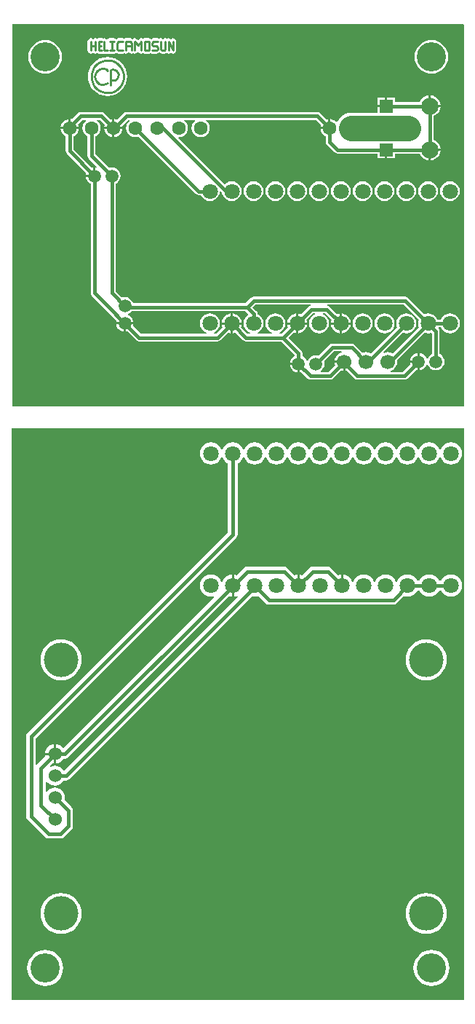
<source format=gtl>
%FSLAX24Y24*%
%MOIN*%
G70*
G01*
G75*
G04 Layer_Physical_Order=1*
G04 Layer_Color=255*
%ADD10C,0.0100*%
%ADD11C,0.0150*%
%ADD12C,0.1181*%
%ADD13C,0.0600*%
%ADD14C,0.0669*%
%ADD15C,0.0591*%
%ADD16C,0.1339*%
%ADD17R,0.0591X0.0591*%
%ADD18C,0.0787*%
%ADD19C,0.0709*%
%ADD20C,0.0709*%
%ADD21C,0.0630*%
%ADD22C,0.0728*%
%ADD23C,0.1575*%
G36*
X70524Y50488D02*
Y50488D01*
X70543Y50477D01*
Y32988D01*
X49862D01*
Y50488D01*
X70524D01*
X70524Y50488D01*
D02*
G37*
G36*
X70550Y5850D02*
X49800D01*
Y32000D01*
X70550D01*
Y5850D01*
D02*
G37*
%LPC*%
G36*
X59850Y37252D02*
X59781Y37243D01*
X59671Y37197D01*
X59576Y37124D01*
X59503Y37029D01*
X59457Y36919D01*
X59448Y36850D01*
X59850D01*
Y37252D01*
D02*
G37*
G36*
X59950D02*
Y36850D01*
X60352D01*
X60343Y36919D01*
X60297Y37029D01*
X60224Y37124D01*
X60129Y37197D01*
X60019Y37243D01*
X59950Y37252D01*
D02*
G37*
G36*
X69050Y8123D02*
X68889Y8107D01*
X68735Y8061D01*
X68593Y7985D01*
X68468Y7882D01*
X68365Y7757D01*
X68289Y7615D01*
X68243Y7461D01*
X68227Y7300D01*
X68243Y7139D01*
X68289Y6985D01*
X68365Y6843D01*
X68468Y6718D01*
X68593Y6615D01*
X68735Y6539D01*
X68889Y6493D01*
X69050Y6477D01*
X69211Y6493D01*
X69365Y6539D01*
X69507Y6615D01*
X69632Y6718D01*
X69735Y6843D01*
X69811Y6985D01*
X69857Y7139D01*
X69873Y7300D01*
X69857Y7461D01*
X69811Y7615D01*
X69735Y7757D01*
X69632Y7882D01*
X69507Y7985D01*
X69365Y8061D01*
X69211Y8107D01*
X69050Y8123D01*
D02*
G37*
G36*
X54950Y36763D02*
X54608D01*
X54615Y36709D01*
X54655Y36613D01*
X54718Y36531D01*
X54801Y36467D01*
X54897Y36428D01*
X54950Y36421D01*
Y36763D01*
D02*
G37*
G36*
X61900Y43308D02*
X61781Y43293D01*
X61671Y43247D01*
X61576Y43174D01*
X61503Y43079D01*
X61457Y42969D01*
X61442Y42850D01*
X61457Y42731D01*
X61503Y42621D01*
X61576Y42526D01*
X61671Y42453D01*
X61781Y42407D01*
X61900Y42392D01*
X62019Y42407D01*
X62129Y42453D01*
X62224Y42526D01*
X62297Y42621D01*
X62343Y42731D01*
X62358Y42850D01*
X62343Y42969D01*
X62297Y43079D01*
X62224Y43174D01*
X62129Y43247D01*
X62019Y43293D01*
X61900Y43308D01*
D02*
G37*
G36*
X60900D02*
X60781Y43293D01*
X60671Y43247D01*
X60576Y43174D01*
X60503Y43079D01*
X60457Y42969D01*
X60442Y42850D01*
X60457Y42731D01*
X60503Y42621D01*
X60576Y42526D01*
X60671Y42453D01*
X60781Y42407D01*
X60900Y42392D01*
X61019Y42407D01*
X61129Y42453D01*
X61224Y42526D01*
X61297Y42621D01*
X61343Y42731D01*
X61358Y42850D01*
X61343Y42969D01*
X61297Y43079D01*
X61224Y43174D01*
X61129Y43247D01*
X61019Y43293D01*
X60900Y43308D01*
D02*
G37*
G36*
X51350Y8123D02*
X51189Y8107D01*
X51035Y8061D01*
X50893Y7985D01*
X50768Y7882D01*
X50665Y7757D01*
X50589Y7615D01*
X50543Y7461D01*
X50527Y7300D01*
X50543Y7139D01*
X50589Y6985D01*
X50665Y6843D01*
X50768Y6718D01*
X50893Y6615D01*
X51035Y6539D01*
X51189Y6493D01*
X51350Y6477D01*
X51511Y6493D01*
X51665Y6539D01*
X51807Y6615D01*
X51932Y6718D01*
X52035Y6843D01*
X52111Y6985D01*
X52157Y7139D01*
X52173Y7300D01*
X52157Y7461D01*
X52111Y7615D01*
X52035Y7757D01*
X51932Y7882D01*
X51807Y7985D01*
X51665Y8061D01*
X51511Y8107D01*
X51350Y8123D01*
D02*
G37*
G36*
X62900Y43308D02*
X62781Y43293D01*
X62671Y43247D01*
X62576Y43174D01*
X62503Y43079D01*
X62457Y42969D01*
X62442Y42850D01*
X62457Y42731D01*
X62503Y42621D01*
X62576Y42526D01*
X62671Y42453D01*
X62781Y42407D01*
X62900Y42392D01*
X63019Y42407D01*
X63129Y42453D01*
X63224Y42526D01*
X63297Y42621D01*
X63343Y42731D01*
X63358Y42850D01*
X63343Y42969D01*
X63297Y43079D01*
X63224Y43174D01*
X63129Y43247D01*
X63019Y43293D01*
X62900Y43308D01*
D02*
G37*
G36*
X52080Y10735D02*
X51896Y10717D01*
X51719Y10663D01*
X51556Y10576D01*
X51413Y10459D01*
X51296Y10316D01*
X51209Y10153D01*
X51156Y9977D01*
X51138Y9793D01*
X51156Y9609D01*
X51209Y9432D01*
X51296Y9270D01*
X51413Y9127D01*
X51556Y9010D01*
X51719Y8923D01*
X51896Y8869D01*
X52080Y8851D01*
X52263Y8869D01*
X52440Y8923D01*
X52603Y9010D01*
X52746Y9127D01*
X52863Y9270D01*
X52950Y9432D01*
X53003Y9609D01*
X53021Y9793D01*
X53003Y9977D01*
X52950Y10153D01*
X52863Y10316D01*
X52746Y10459D01*
X52603Y10576D01*
X52440Y10663D01*
X52263Y10717D01*
X52080Y10735D01*
D02*
G37*
G36*
X69950Y31359D02*
X69818Y31341D01*
X69696Y31291D01*
X69590Y31210D01*
X69509Y31104D01*
X69475Y31021D01*
X69425D01*
X69391Y31104D01*
X69310Y31210D01*
X69204Y31291D01*
X69082Y31341D01*
X68950Y31359D01*
X68818Y31341D01*
X68696Y31291D01*
X68590Y31210D01*
X68509Y31104D01*
X68475Y31021D01*
X68425D01*
X68391Y31104D01*
X68310Y31210D01*
X68204Y31291D01*
X68082Y31341D01*
X67950Y31359D01*
X67818Y31341D01*
X67696Y31291D01*
X67590Y31210D01*
X67509Y31104D01*
X67475Y31021D01*
X67425D01*
X67391Y31104D01*
X67310Y31210D01*
X67204Y31291D01*
X67082Y31341D01*
X66950Y31359D01*
X66818Y31341D01*
X66696Y31291D01*
X66590Y31210D01*
X66509Y31104D01*
X66475Y31021D01*
X66425D01*
X66391Y31104D01*
X66310Y31210D01*
X66204Y31291D01*
X66082Y31341D01*
X65950Y31359D01*
X65818Y31341D01*
X65696Y31291D01*
X65590Y31210D01*
X65509Y31104D01*
X65475Y31021D01*
X65425D01*
X65391Y31104D01*
X65310Y31210D01*
X65204Y31291D01*
X65082Y31341D01*
X64950Y31359D01*
X64818Y31341D01*
X64696Y31291D01*
X64590Y31210D01*
X64509Y31104D01*
X64475Y31021D01*
X64425D01*
X64391Y31104D01*
X64310Y31210D01*
X64204Y31291D01*
X64082Y31341D01*
X63950Y31359D01*
X63818Y31341D01*
X63696Y31291D01*
X63590Y31210D01*
X63509Y31104D01*
X63475Y31021D01*
X63425D01*
X63391Y31104D01*
X63310Y31210D01*
X63204Y31291D01*
X63082Y31341D01*
X62950Y31359D01*
X62818Y31341D01*
X62696Y31291D01*
X62590Y31210D01*
X62509Y31104D01*
X62475Y31021D01*
X62425D01*
X62391Y31104D01*
X62310Y31210D01*
X62204Y31291D01*
X62082Y31341D01*
X61950Y31359D01*
X61818Y31341D01*
X61696Y31291D01*
X61590Y31210D01*
X61509Y31104D01*
X61475Y31021D01*
X61425D01*
X61391Y31104D01*
X61310Y31210D01*
X61204Y31291D01*
X61082Y31341D01*
X60950Y31359D01*
X60818Y31341D01*
X60696Y31291D01*
X60590Y31210D01*
X60509Y31104D01*
X60475Y31021D01*
X60425D01*
X60391Y31104D01*
X60310Y31210D01*
X60204Y31291D01*
X60082Y31341D01*
X59950Y31359D01*
X59818Y31341D01*
X59696Y31291D01*
X59590Y31210D01*
X59509Y31104D01*
X59475Y31021D01*
X59425D01*
X59391Y31104D01*
X59310Y31210D01*
X59204Y31291D01*
X59082Y31341D01*
X58950Y31359D01*
X58818Y31341D01*
X58696Y31291D01*
X58590Y31210D01*
X58509Y31104D01*
X58459Y30982D01*
X58441Y30850D01*
X58459Y30718D01*
X58509Y30596D01*
X58590Y30490D01*
X58696Y30409D01*
X58818Y30359D01*
X58950Y30341D01*
X59082Y30359D01*
X59204Y30409D01*
X59310Y30490D01*
X59391Y30596D01*
X59425Y30679D01*
X59475D01*
X59509Y30596D01*
X59590Y30490D01*
X59696Y30409D01*
X59721Y30399D01*
Y27245D01*
X50538Y18062D01*
X50488Y17988D01*
X50471Y17900D01*
Y14250D01*
X50488Y14162D01*
X50538Y14088D01*
X51338Y13288D01*
X51412Y13238D01*
X51500Y13221D01*
X52050D01*
X52138Y13238D01*
X52212Y13288D01*
X52562Y13638D01*
X52612Y13712D01*
X52629Y13800D01*
Y14500D01*
X52612Y14588D01*
X52562Y14662D01*
X52239Y14986D01*
X52254Y15100D01*
X52238Y15217D01*
X52193Y15327D01*
X52121Y15421D01*
X52027Y15493D01*
X51917Y15538D01*
X51800Y15554D01*
X51683Y15538D01*
X51573Y15493D01*
X51479Y15421D01*
X51427Y15353D01*
X51379Y15369D01*
Y15831D01*
X51427Y15847D01*
X51479Y15779D01*
X51573Y15707D01*
X51683Y15662D01*
X51800Y15646D01*
X51917Y15662D01*
X52027Y15707D01*
X52121Y15779D01*
X52191Y15871D01*
X52300D01*
X52388Y15888D01*
X52462Y15938D01*
X60831Y24307D01*
X60950Y24291D01*
X61082Y24309D01*
X61107Y24319D01*
X61438Y23988D01*
X61512Y23938D01*
X61600Y23921D01*
X67300D01*
X67388Y23938D01*
X67462Y23988D01*
X67793Y24319D01*
X67818Y24309D01*
X67950Y24291D01*
X68082Y24309D01*
X68204Y24359D01*
X68310Y24440D01*
X68391Y24546D01*
X68401Y24571D01*
X68499D01*
X68509Y24546D01*
X68590Y24440D01*
X68696Y24359D01*
X68818Y24309D01*
X68950Y24291D01*
X69082Y24309D01*
X69204Y24359D01*
X69310Y24440D01*
X69391Y24546D01*
X69401Y24571D01*
X69499D01*
X69509Y24546D01*
X69590Y24440D01*
X69696Y24359D01*
X69818Y24309D01*
X69950Y24291D01*
X70082Y24309D01*
X70204Y24359D01*
X70310Y24440D01*
X70391Y24546D01*
X70441Y24668D01*
X70459Y24800D01*
X70441Y24932D01*
X70391Y25054D01*
X70310Y25160D01*
X70204Y25241D01*
X70082Y25291D01*
X69950Y25309D01*
X69818Y25291D01*
X69696Y25241D01*
X69590Y25160D01*
X69509Y25054D01*
X69499Y25029D01*
X69401D01*
X69391Y25054D01*
X69310Y25160D01*
X69204Y25241D01*
X69082Y25291D01*
X68950Y25309D01*
X68818Y25291D01*
X68696Y25241D01*
X68590Y25160D01*
X68509Y25054D01*
X68499Y25029D01*
X68401D01*
X68391Y25054D01*
X68310Y25160D01*
X68204Y25241D01*
X68082Y25291D01*
X67950Y25309D01*
X67818Y25291D01*
X67696Y25241D01*
X67590Y25160D01*
X67509Y25054D01*
X67476Y24975D01*
X67426D01*
X67393Y25054D01*
X67312Y25160D01*
X67207Y25241D01*
X67084Y25291D01*
X66953Y25309D01*
X66821Y25291D01*
X66698Y25241D01*
X66593Y25160D01*
X66512Y25054D01*
X66476Y24968D01*
X66426D01*
X66391Y25054D01*
X66310Y25160D01*
X66204Y25241D01*
X66082Y25291D01*
X65950Y25309D01*
X65818Y25291D01*
X65696Y25241D01*
X65590Y25160D01*
X65509Y25054D01*
X65475Y24971D01*
X65425D01*
X65391Y25054D01*
X65310Y25160D01*
X65204Y25241D01*
X65082Y25291D01*
X65000Y25302D01*
Y24800D01*
X64900D01*
Y25302D01*
X64818Y25291D01*
X64793Y25281D01*
X64462Y25612D01*
X64388Y25662D01*
X64300Y25679D01*
X63600D01*
X63512Y25662D01*
X63438Y25612D01*
X63107Y25281D01*
X63082Y25291D01*
X63000Y25302D01*
Y24800D01*
X62900D01*
Y25302D01*
X62818Y25291D01*
X62793Y25281D01*
X62462Y25612D01*
X62388Y25662D01*
X62300Y25679D01*
X60600D01*
X60512Y25662D01*
X60438Y25612D01*
X60107Y25281D01*
X60082Y25291D01*
X60000Y25302D01*
Y24800D01*
Y24298D01*
X60082Y24309D01*
X60138Y24332D01*
X60166Y24291D01*
X52224Y16348D01*
X52174Y16352D01*
X52121Y16421D01*
X52027Y16493D01*
X51917Y16538D01*
X51800Y16554D01*
X51683Y16538D01*
X51597Y16503D01*
X51569Y16544D01*
X51686Y16661D01*
X51750Y16653D01*
Y17050D01*
X51353D01*
X51361Y16986D01*
X50988Y16612D01*
X50977Y16596D01*
X50929Y16611D01*
Y17805D01*
X60112Y26988D01*
X60162Y27062D01*
X60179Y27150D01*
Y30399D01*
X60204Y30409D01*
X60310Y30490D01*
X60391Y30596D01*
X60425Y30679D01*
X60475D01*
X60509Y30596D01*
X60590Y30490D01*
X60696Y30409D01*
X60818Y30359D01*
X60950Y30341D01*
X61082Y30359D01*
X61204Y30409D01*
X61310Y30490D01*
X61391Y30596D01*
X61425Y30679D01*
X61475D01*
X61509Y30596D01*
X61590Y30490D01*
X61696Y30409D01*
X61818Y30359D01*
X61950Y30341D01*
X62082Y30359D01*
X62204Y30409D01*
X62310Y30490D01*
X62391Y30596D01*
X62425Y30679D01*
X62475D01*
X62509Y30596D01*
X62590Y30490D01*
X62696Y30409D01*
X62818Y30359D01*
X62950Y30341D01*
X63082Y30359D01*
X63204Y30409D01*
X63310Y30490D01*
X63391Y30596D01*
X63425Y30679D01*
X63475D01*
X63509Y30596D01*
X63590Y30490D01*
X63696Y30409D01*
X63818Y30359D01*
X63950Y30341D01*
X64082Y30359D01*
X64204Y30409D01*
X64310Y30490D01*
X64391Y30596D01*
X64425Y30679D01*
X64475D01*
X64509Y30596D01*
X64590Y30490D01*
X64696Y30409D01*
X64818Y30359D01*
X64950Y30341D01*
X65082Y30359D01*
X65204Y30409D01*
X65310Y30490D01*
X65391Y30596D01*
X65425Y30679D01*
X65475D01*
X65509Y30596D01*
X65590Y30490D01*
X65696Y30409D01*
X65818Y30359D01*
X65950Y30341D01*
X66082Y30359D01*
X66204Y30409D01*
X66310Y30490D01*
X66391Y30596D01*
X66425Y30679D01*
X66475D01*
X66509Y30596D01*
X66590Y30490D01*
X66696Y30409D01*
X66818Y30359D01*
X66950Y30341D01*
X67082Y30359D01*
X67204Y30409D01*
X67310Y30490D01*
X67391Y30596D01*
X67425Y30679D01*
X67475D01*
X67509Y30596D01*
X67590Y30490D01*
X67696Y30409D01*
X67818Y30359D01*
X67950Y30341D01*
X68082Y30359D01*
X68204Y30409D01*
X68310Y30490D01*
X68391Y30596D01*
X68425Y30679D01*
X68475D01*
X68509Y30596D01*
X68590Y30490D01*
X68696Y30409D01*
X68818Y30359D01*
X68950Y30341D01*
X69082Y30359D01*
X69204Y30409D01*
X69310Y30490D01*
X69391Y30596D01*
X69425Y30679D01*
X69475D01*
X69509Y30596D01*
X69590Y30490D01*
X69696Y30409D01*
X69818Y30359D01*
X69950Y30341D01*
X70082Y30359D01*
X70204Y30409D01*
X70310Y30490D01*
X70391Y30596D01*
X70441Y30718D01*
X70459Y30850D01*
X70441Y30982D01*
X70391Y31104D01*
X70310Y31210D01*
X70204Y31291D01*
X70082Y31341D01*
X69950Y31359D01*
D02*
G37*
G36*
X62913Y34900D02*
X62571D01*
X62578Y34847D01*
X62617Y34751D01*
X62681Y34668D01*
X62763Y34605D01*
X62859Y34565D01*
X62913Y34558D01*
Y34900D01*
D02*
G37*
G36*
X68812Y22349D02*
X68628Y22331D01*
X68451Y22277D01*
X68288Y22190D01*
X68146Y22073D01*
X68029Y21930D01*
X67942Y21768D01*
X67888Y21591D01*
X67870Y21407D01*
X67888Y21223D01*
X67942Y21047D01*
X68029Y20884D01*
X68146Y20741D01*
X68288Y20624D01*
X68451Y20537D01*
X68628Y20483D01*
X68812Y20465D01*
X68996Y20483D01*
X69172Y20537D01*
X69335Y20624D01*
X69478Y20741D01*
X69595Y20884D01*
X69682Y21047D01*
X69736Y21223D01*
X69754Y21407D01*
X69736Y21591D01*
X69682Y21768D01*
X69595Y21930D01*
X69478Y22073D01*
X69335Y22190D01*
X69172Y22277D01*
X68996Y22331D01*
X68812Y22349D01*
D02*
G37*
G36*
X58950Y25309D02*
X58818Y25291D01*
X58696Y25241D01*
X58590Y25160D01*
X58509Y25054D01*
X58459Y24932D01*
X58441Y24800D01*
X58459Y24668D01*
X58509Y24546D01*
X58590Y24440D01*
X58696Y24359D01*
X58818Y24309D01*
X58950Y24291D01*
X59065Y24306D01*
X59087Y24262D01*
X52202Y17377D01*
X52152Y17380D01*
X52121Y17421D01*
X52027Y17493D01*
X51917Y17538D01*
X51850Y17547D01*
Y17100D01*
Y16653D01*
X51917Y16662D01*
X52027Y16707D01*
X52121Y16779D01*
X52191Y16871D01*
X52250D01*
X52338Y16888D01*
X52412Y16938D01*
X59793Y24319D01*
X59818Y24309D01*
X59900Y24298D01*
Y24800D01*
Y25302D01*
X59818Y25291D01*
X59696Y25241D01*
X59590Y25160D01*
X59509Y25054D01*
X59475Y24971D01*
X59425D01*
X59391Y25054D01*
X59310Y25160D01*
X59204Y25241D01*
X59082Y25291D01*
X58950Y25309D01*
D02*
G37*
G36*
X68413Y35442D02*
X68359Y35435D01*
X68263Y35395D01*
X68181Y35332D01*
X68117Y35249D01*
X68078Y35153D01*
X68071Y35100D01*
X68413D01*
Y35442D01*
D02*
G37*
G36*
X51750Y17547D02*
X51683Y17538D01*
X51573Y17493D01*
X51479Y17421D01*
X51407Y17327D01*
X51362Y17217D01*
X51353Y17150D01*
X51750D01*
Y17547D01*
D02*
G37*
G36*
X68812Y10735D02*
X68628Y10717D01*
X68451Y10663D01*
X68288Y10576D01*
X68146Y10459D01*
X68029Y10316D01*
X67942Y10153D01*
X67888Y9977D01*
X67870Y9793D01*
X67888Y9609D01*
X67942Y9432D01*
X68029Y9270D01*
X68146Y9127D01*
X68288Y9010D01*
X68451Y8923D01*
X68628Y8869D01*
X68812Y8851D01*
X68996Y8869D01*
X69172Y8923D01*
X69335Y9010D01*
X69478Y9127D01*
X69595Y9270D01*
X69682Y9432D01*
X69736Y9609D01*
X69754Y9793D01*
X69736Y9977D01*
X69682Y10153D01*
X69595Y10316D01*
X69478Y10459D01*
X69335Y10576D01*
X69172Y10663D01*
X68996Y10717D01*
X68812Y10735D01*
D02*
G37*
G36*
X58900Y37258D02*
X58781Y37243D01*
X58671Y37197D01*
X58576Y37124D01*
X58503Y37029D01*
X58457Y36919D01*
X58442Y36800D01*
X58457Y36681D01*
X58503Y36571D01*
X58576Y36476D01*
X58671Y36403D01*
X58733Y36377D01*
X58723Y36328D01*
X55737D01*
X55376Y36688D01*
X55385Y36709D01*
X55392Y36763D01*
X55050D01*
Y36421D01*
X55103Y36428D01*
X55124Y36436D01*
X55536Y36024D01*
X55594Y35985D01*
X55663Y35972D01*
X55663Y35972D01*
X59250D01*
X59318Y35985D01*
X59376Y36024D01*
X59731Y36378D01*
X59781Y36357D01*
X59850Y36348D01*
Y36750D01*
X59448D01*
X59457Y36681D01*
X59478Y36631D01*
X59176Y36328D01*
X59077D01*
X59067Y36377D01*
X59129Y36403D01*
X59224Y36476D01*
X59297Y36571D01*
X59343Y36681D01*
X59358Y36800D01*
X59343Y36919D01*
X59297Y37029D01*
X59224Y37124D01*
X59129Y37197D01*
X59019Y37243D01*
X58900Y37258D01*
D02*
G37*
G36*
X52080Y22349D02*
X51896Y22331D01*
X51719Y22277D01*
X51556Y22190D01*
X51413Y22073D01*
X51296Y21930D01*
X51209Y21768D01*
X51156Y21591D01*
X51138Y21407D01*
X51156Y21223D01*
X51209Y21047D01*
X51296Y20884D01*
X51413Y20741D01*
X51556Y20624D01*
X51719Y20537D01*
X51896Y20483D01*
X52080Y20465D01*
X52263Y20483D01*
X52440Y20537D01*
X52603Y20624D01*
X52746Y20741D01*
X52863Y20884D01*
X52950Y21047D01*
X53003Y21223D01*
X53021Y21407D01*
X53003Y21591D01*
X52950Y21768D01*
X52863Y21930D01*
X52746Y22073D01*
X52603Y22190D01*
X52440Y22277D01*
X52263Y22331D01*
X52080Y22349D01*
D02*
G37*
G36*
X63900Y43308D02*
X63781Y43293D01*
X63671Y43247D01*
X63576Y43174D01*
X63503Y43079D01*
X63457Y42969D01*
X63442Y42850D01*
X63457Y42731D01*
X63503Y42621D01*
X63576Y42526D01*
X63671Y42453D01*
X63781Y42407D01*
X63900Y42392D01*
X64019Y42407D01*
X64129Y42453D01*
X64224Y42526D01*
X64297Y42621D01*
X64343Y42731D01*
X64358Y42850D01*
X64343Y42969D01*
X64297Y43079D01*
X64224Y43174D01*
X64129Y43247D01*
X64019Y43293D01*
X63900Y43308D01*
D02*
G37*
G36*
X66923Y47146D02*
X66578D01*
Y46800D01*
X66923D01*
Y47146D01*
D02*
G37*
G36*
X69023Y47242D02*
Y46800D01*
X69465D01*
X69454Y46879D01*
X69404Y46999D01*
X69325Y47103D01*
X69222Y47182D01*
X69102Y47231D01*
X69023Y47242D01*
D02*
G37*
G36*
X52980Y46473D02*
X52911Y46459D01*
X52853Y46421D01*
X52582Y46149D01*
X52524Y46156D01*
Y45794D01*
X52886D01*
X52878Y45853D01*
X52852Y45915D01*
X53053Y46116D01*
X53199D01*
X53215Y46069D01*
X53178Y46040D01*
X53112Y45954D01*
X53070Y45853D01*
X53055Y45744D01*
X53070Y45636D01*
X53112Y45535D01*
X53178Y45449D01*
X53265Y45382D01*
X53296Y45369D01*
Y44476D01*
X53309Y44408D01*
X53348Y44350D01*
X53715Y43983D01*
X53693Y43938D01*
X53663Y43942D01*
Y43550D01*
X53613D01*
Y43500D01*
X53221D01*
X53228Y43447D01*
X53267Y43351D01*
X53331Y43268D01*
X53413Y43205D01*
X53434Y43196D01*
Y38200D01*
X53448Y38132D01*
X53486Y38074D01*
X54624Y36937D01*
X54615Y36916D01*
X54608Y36863D01*
X55392D01*
X55385Y36916D01*
X55345Y37012D01*
X55282Y37095D01*
X55199Y37158D01*
X55103Y37198D01*
Y37215D01*
X55199Y37255D01*
X55282Y37318D01*
X55323Y37372D01*
X60526D01*
X60661Y37237D01*
X60658Y37187D01*
X60576Y37124D01*
X60503Y37029D01*
X60457Y36919D01*
X60442Y36800D01*
X60457Y36681D01*
X60503Y36571D01*
X60576Y36476D01*
X60671Y36403D01*
X60733Y36377D01*
X60723Y36328D01*
X60624D01*
X60322Y36631D01*
X60343Y36681D01*
X60352Y36750D01*
X59950D01*
Y36348D01*
X60019Y36357D01*
X60069Y36378D01*
X60424Y36024D01*
X60482Y35985D01*
X60550Y35972D01*
X60550Y35972D01*
X62176D01*
X62784Y35363D01*
Y35304D01*
X62763Y35295D01*
X62681Y35232D01*
X62617Y35149D01*
X62578Y35053D01*
X62571Y35000D01*
X62963D01*
Y34950D01*
X63013D01*
Y34558D01*
X63066Y34565D01*
X63078Y34570D01*
X63374Y34274D01*
X63432Y34235D01*
X63500Y34222D01*
X64400D01*
X64468Y34235D01*
X64526Y34274D01*
X64896Y34643D01*
X64937Y34627D01*
X65000Y34618D01*
Y35000D01*
X64618D01*
X64627Y34937D01*
X64643Y34896D01*
X64326Y34578D01*
X63993D01*
X63977Y34626D01*
X64032Y34668D01*
X64095Y34751D01*
X64135Y34847D01*
X64149Y34950D01*
X64135Y35053D01*
X64126Y35074D01*
X64574Y35522D01*
X64925D01*
X64934Y35473D01*
X64831Y35430D01*
X64740Y35360D01*
X64670Y35269D01*
X64627Y35163D01*
X64618Y35100D01*
X65050D01*
Y35050D01*
X65100D01*
Y34618D01*
X65163Y34627D01*
X65169Y34629D01*
X65524Y34274D01*
X65582Y34235D01*
X65650Y34222D01*
X67813D01*
X67881Y34235D01*
X67939Y34274D01*
X68338Y34674D01*
X68359Y34665D01*
X68413Y34658D01*
Y35000D01*
X68071D01*
X68078Y34947D01*
X68086Y34926D01*
X67739Y34578D01*
X67175D01*
X67166Y34627D01*
X67269Y34670D01*
X67360Y34740D01*
X67430Y34831D01*
X67473Y34937D01*
X67488Y35050D01*
X67478Y35126D01*
X68731Y36378D01*
X68781Y36357D01*
X68900Y36342D01*
X69019Y36357D01*
X69030Y36362D01*
X69072Y36334D01*
Y35404D01*
X69051Y35395D01*
X68968Y35332D01*
X68905Y35249D01*
X68881Y35193D01*
X68831D01*
X68808Y35249D01*
X68745Y35332D01*
X68662Y35395D01*
X68566Y35435D01*
X68513Y35442D01*
Y35050D01*
Y34658D01*
X68566Y34665D01*
X68662Y34705D01*
X68745Y34768D01*
X68808Y34851D01*
X68831Y34907D01*
X68881D01*
X68905Y34851D01*
X68968Y34768D01*
X69051Y34705D01*
X69147Y34665D01*
X69250Y34651D01*
X69353Y34665D01*
X69449Y34705D01*
X69532Y34768D01*
X69595Y34851D01*
X69635Y34947D01*
X69649Y35050D01*
X69635Y35153D01*
X69595Y35249D01*
X69532Y35332D01*
X69449Y35395D01*
X69428Y35404D01*
Y36450D01*
X69428Y36450D01*
X69415Y36518D01*
X69376Y36576D01*
X69395Y36622D01*
X69482D01*
X69503Y36571D01*
X69576Y36476D01*
X69671Y36403D01*
X69781Y36357D01*
X69900Y36342D01*
X70019Y36357D01*
X70129Y36403D01*
X70224Y36476D01*
X70297Y36571D01*
X70343Y36681D01*
X70358Y36800D01*
X70343Y36919D01*
X70297Y37029D01*
X70224Y37124D01*
X70129Y37197D01*
X70019Y37243D01*
X69900Y37258D01*
X69781Y37243D01*
X69671Y37197D01*
X69576Y37124D01*
X69503Y37029D01*
X69482Y36978D01*
X69318D01*
X69297Y37029D01*
X69224Y37124D01*
X69129Y37197D01*
X69019Y37243D01*
X68900Y37258D01*
X68781Y37243D01*
X68731Y37222D01*
X67976Y37976D01*
X67918Y38015D01*
X67850Y38028D01*
X60900D01*
X60832Y38015D01*
X60774Y37976D01*
X60526Y37728D01*
X55375D01*
X55345Y37799D01*
X55282Y37882D01*
X55199Y37945D01*
X55103Y37985D01*
X55000Y37999D01*
X54897Y37985D01*
X54876Y37976D01*
X54578Y38274D01*
Y43196D01*
X54599Y43205D01*
X54682Y43268D01*
X54745Y43351D01*
X54785Y43447D01*
X54799Y43550D01*
X54785Y43653D01*
X54745Y43749D01*
X54682Y43832D01*
X54599Y43895D01*
X54503Y43935D01*
X54400Y43949D01*
X54297Y43935D01*
X54276Y43926D01*
X53652Y44550D01*
Y45369D01*
X53683Y45382D01*
X53770Y45449D01*
X53836Y45535D01*
X53878Y45636D01*
X53893Y45744D01*
X53878Y45853D01*
X53836Y45954D01*
X53770Y46040D01*
X53683Y46107D01*
X53685Y46116D01*
X53850D01*
X54083Y45884D01*
X54070Y45853D01*
X54062Y45794D01*
X54424D01*
Y46156D01*
X54366Y46149D01*
X54335Y46136D01*
X54050Y46421D01*
X53992Y46459D01*
X53924Y46473D01*
X52980D01*
X52980Y46473D01*
D02*
G37*
G36*
X52424Y46156D02*
X52366Y46149D01*
X52265Y46107D01*
X52178Y46040D01*
X52112Y45954D01*
X52070Y45853D01*
X52062Y45794D01*
X52424D01*
Y46156D01*
D02*
G37*
G36*
X63830Y46473D02*
X55080D01*
X55011Y46459D01*
X54953Y46421D01*
X54953Y46421D01*
X54652Y46120D01*
X54582Y46149D01*
X54524Y46156D01*
Y45794D01*
X54886D01*
X54880Y45842D01*
X55153Y46116D01*
X55199D01*
X55215Y46069D01*
X55178Y46040D01*
X55112Y45954D01*
X55070Y45853D01*
X55055Y45744D01*
X55070Y45636D01*
X55112Y45535D01*
X55178Y45449D01*
X55265Y45382D01*
X55366Y45340D01*
X55474Y45326D01*
X55582Y45340D01*
X55613Y45353D01*
X58242Y42724D01*
X58242Y42724D01*
X58300Y42685D01*
X58369Y42672D01*
X58369Y42672D01*
X58482D01*
X58503Y42621D01*
X58576Y42526D01*
X58671Y42453D01*
X58781Y42407D01*
X58900Y42392D01*
X59019Y42407D01*
X59129Y42453D01*
X59224Y42526D01*
X59297Y42621D01*
X59343Y42731D01*
X59356Y42832D01*
X59403Y42848D01*
X59448Y42804D01*
X59457Y42731D01*
X59503Y42621D01*
X59576Y42526D01*
X59671Y42453D01*
X59781Y42407D01*
X59900Y42392D01*
X60019Y42407D01*
X60129Y42453D01*
X60224Y42526D01*
X60297Y42621D01*
X60343Y42731D01*
X60358Y42850D01*
X60343Y42969D01*
X60297Y43079D01*
X60224Y43174D01*
X60129Y43247D01*
X60019Y43293D01*
X59900Y43308D01*
X59781Y43293D01*
X59671Y43247D01*
X59580Y43177D01*
X57460Y45297D01*
X57474Y45326D01*
X57582Y45340D01*
X57683Y45382D01*
X57770Y45449D01*
X57836Y45535D01*
X57878Y45636D01*
X57893Y45744D01*
X57878Y45853D01*
X57836Y45954D01*
X57770Y46040D01*
X57683Y46107D01*
X57685Y46116D01*
X58199D01*
X58215Y46069D01*
X58178Y46040D01*
X58112Y45954D01*
X58070Y45853D01*
X58055Y45744D01*
X58070Y45636D01*
X58112Y45535D01*
X58178Y45449D01*
X58265Y45382D01*
X58366Y45340D01*
X58474Y45326D01*
X58582Y45340D01*
X58683Y45382D01*
X58770Y45449D01*
X58836Y45535D01*
X58878Y45636D01*
X58893Y45744D01*
X58878Y45853D01*
X58836Y45954D01*
X58770Y46040D01*
X58683Y46107D01*
X58685Y46116D01*
X63756D01*
X63988Y45884D01*
X63975Y45853D01*
X63968Y45794D01*
X64330D01*
Y46156D01*
X64271Y46149D01*
X64240Y46136D01*
X63956Y46421D01*
X63898Y46459D01*
X63830Y46473D01*
D02*
G37*
G36*
X69050Y49773D02*
X68899Y49758D01*
X68754Y49714D01*
X68621Y49643D01*
X68503Y49547D01*
X68407Y49429D01*
X68336Y49296D01*
X68292Y49151D01*
X68277Y49000D01*
X68292Y48849D01*
X68336Y48704D01*
X68407Y48571D01*
X68503Y48453D01*
X68621Y48357D01*
X68754Y48286D01*
X68899Y48242D01*
X69050Y48227D01*
X69201Y48242D01*
X69346Y48286D01*
X69479Y48357D01*
X69597Y48453D01*
X69693Y48571D01*
X69764Y48704D01*
X69808Y48849D01*
X69823Y49000D01*
X69808Y49151D01*
X69764Y49296D01*
X69693Y49429D01*
X69597Y49547D01*
X69479Y49643D01*
X69346Y49714D01*
X69201Y49758D01*
X69050Y49773D01*
D02*
G37*
G36*
X57200Y49853D02*
X57141Y49841D01*
X57101Y49814D01*
X57100Y49816D01*
X57079Y49828D01*
X57059Y49841D01*
X57053Y49842D01*
X57048Y49845D01*
X57024Y49848D01*
X57000Y49853D01*
X56995Y49852D01*
X56989Y49853D01*
X56966Y49846D01*
X56941Y49841D01*
X56937Y49838D01*
X56932Y49837D01*
X56924Y49831D01*
X56909Y49841D01*
X56850Y49853D01*
X56791Y49841D01*
X56750Y49814D01*
X56709Y49841D01*
X56650Y49853D01*
X56591Y49841D01*
X56575Y49830D01*
X56559Y49841D01*
X56500Y49853D01*
X56300D01*
X56241Y49841D01*
X56200Y49814D01*
X56159Y49841D01*
X56100Y49853D01*
X55900D01*
X55841Y49841D01*
X55825Y49830D01*
X55809Y49841D01*
X55750Y49853D01*
X55691Y49841D01*
X55642Y49808D01*
X55600Y49766D01*
X55558Y49808D01*
X55509Y49841D01*
X55450Y49853D01*
X55391Y49841D01*
X55350Y49814D01*
X55309Y49841D01*
X55250Y49853D01*
X55050D01*
X54991Y49841D01*
X54975Y49830D01*
X54959Y49841D01*
X54900Y49853D01*
X54700D01*
X54641Y49841D01*
X54600Y49814D01*
X54559Y49841D01*
X54500Y49853D01*
X54300D01*
X54241Y49841D01*
X54192Y49808D01*
X54158D01*
X54109Y49841D01*
X54050Y49853D01*
X54000Y49843D01*
X53950Y49853D01*
X53800D01*
X53741Y49841D01*
X53725Y49830D01*
X53709Y49841D01*
X53650Y49853D01*
X53591Y49841D01*
X53550Y49814D01*
X53509Y49841D01*
X53450Y49853D01*
X53391Y49841D01*
X53342Y49808D01*
X53309Y49759D01*
X53297Y49700D01*
Y49300D01*
X53309Y49241D01*
X53342Y49192D01*
X53391Y49159D01*
X53450Y49147D01*
X53509Y49159D01*
X53550Y49186D01*
X53591Y49159D01*
X53650Y49147D01*
X53709Y49159D01*
X53725Y49170D01*
X53741Y49159D01*
X53800Y49147D01*
X53950D01*
X54000Y49157D01*
X54050Y49147D01*
X54200D01*
X54250Y49157D01*
X54300Y49147D01*
X54500D01*
X54559Y49159D01*
X54600Y49186D01*
X54641Y49159D01*
X54700Y49147D01*
X54900D01*
X54959Y49159D01*
X54975Y49170D01*
X54991Y49159D01*
X55050Y49147D01*
X55109Y49159D01*
X55158Y49192D01*
X55192D01*
X55241Y49159D01*
X55300Y49147D01*
X55359Y49159D01*
X55375Y49170D01*
X55391Y49159D01*
X55450Y49147D01*
X55509Y49159D01*
X55558Y49192D01*
X55575Y49217D01*
X55625D01*
X55642Y49192D01*
X55691Y49159D01*
X55750Y49147D01*
X55809Y49159D01*
X55825Y49170D01*
X55841Y49159D01*
X55900Y49147D01*
X56100D01*
X56159Y49159D01*
X56175Y49170D01*
X56191Y49159D01*
X56250Y49147D01*
X56450D01*
X56509Y49159D01*
X56558Y49192D01*
X56575Y49209D01*
X56592Y49192D01*
X56641Y49159D01*
X56700Y49147D01*
X56800D01*
X56859Y49159D01*
X56900Y49186D01*
X56941Y49159D01*
X57000Y49147D01*
X57059Y49159D01*
X57099Y49186D01*
X57100Y49184D01*
X57121Y49172D01*
X57141Y49159D01*
X57147Y49158D01*
X57152Y49155D01*
X57176Y49152D01*
X57200Y49147D01*
X57205Y49148D01*
X57211Y49147D01*
X57234Y49154D01*
X57259Y49159D01*
X57263Y49162D01*
X57268Y49163D01*
X57288Y49178D01*
X57308Y49192D01*
X57311Y49196D01*
X57316Y49200D01*
X57328Y49221D01*
X57341Y49241D01*
X57342Y49247D01*
X57345Y49252D01*
X57348Y49276D01*
X57353Y49300D01*
Y49700D01*
X57341Y49759D01*
X57308Y49808D01*
X57259Y49841D01*
X57200Y49853D01*
D02*
G37*
G36*
X51350Y49773D02*
X51199Y49758D01*
X51054Y49714D01*
X50921Y49643D01*
X50803Y49547D01*
X50707Y49429D01*
X50636Y49296D01*
X50592Y49151D01*
X50577Y49000D01*
X50592Y48849D01*
X50636Y48704D01*
X50707Y48571D01*
X50803Y48453D01*
X50921Y48357D01*
X51054Y48286D01*
X51199Y48242D01*
X51350Y48227D01*
X51501Y48242D01*
X51646Y48286D01*
X51779Y48357D01*
X51897Y48453D01*
X51993Y48571D01*
X52064Y48704D01*
X52108Y48849D01*
X52123Y49000D01*
X52108Y49151D01*
X52064Y49296D01*
X51993Y49429D01*
X51897Y49547D01*
X51779Y49643D01*
X51646Y49714D01*
X51501Y49758D01*
X51350Y49773D01*
D02*
G37*
G36*
X68923Y47242D02*
X68844Y47231D01*
X68724Y47182D01*
X68621Y47103D01*
X68542Y46999D01*
X68513Y46929D01*
X67368D01*
Y47146D01*
X67023D01*
Y46750D01*
X66973D01*
Y46700D01*
X66578D01*
Y46444D01*
X65385D01*
X65250Y46431D01*
X65120Y46391D01*
X65000Y46327D01*
X64895Y46241D01*
X64894Y46241D01*
X64808Y46135D01*
X64745Y46018D01*
X64696Y46014D01*
X64675Y46040D01*
X64589Y46107D01*
X64488Y46149D01*
X64430Y46156D01*
Y45744D01*
X64380D01*
Y45694D01*
X63968D01*
X63975Y45636D01*
X64017Y45535D01*
X64084Y45449D01*
X64170Y45382D01*
X64201Y45369D01*
Y45113D01*
X64215Y45044D01*
X64253Y44986D01*
X64616Y44624D01*
X64673Y44586D01*
X64742Y44572D01*
X64742Y44572D01*
X66578D01*
Y44355D01*
X66923D01*
Y44750D01*
X67023D01*
Y44355D01*
X67368D01*
Y44572D01*
X68513D01*
X68542Y44501D01*
X68621Y44398D01*
X68724Y44319D01*
X68844Y44269D01*
X68923Y44259D01*
Y44750D01*
X68973D01*
Y44800D01*
X69465D01*
X69454Y44879D01*
X69404Y44999D01*
X69325Y45103D01*
X69222Y45182D01*
X69152Y45211D01*
Y46290D01*
X69222Y46319D01*
X69325Y46398D01*
X69404Y46501D01*
X69454Y46622D01*
X69465Y46700D01*
X68973D01*
Y46750D01*
X68923D01*
Y47242D01*
D02*
G37*
G36*
X54207Y48998D02*
X54032Y48980D01*
X53863Y48929D01*
X53708Y48846D01*
X53572Y48735D01*
X53460Y48599D01*
X53377Y48444D01*
X53326Y48275D01*
X53309Y48100D01*
X53326Y47925D01*
X53377Y47756D01*
X53460Y47601D01*
X53572Y47465D01*
X53708Y47354D01*
X53863Y47271D01*
X54032Y47220D01*
X54207Y47202D01*
X54382Y47220D01*
X54550Y47271D01*
X54705Y47354D01*
X54841Y47465D01*
X54953Y47601D01*
X55036Y47756D01*
X55087Y47925D01*
X55104Y48100D01*
X55087Y48275D01*
X55036Y48444D01*
X54953Y48599D01*
X54841Y48735D01*
X54705Y48846D01*
X54550Y48929D01*
X54382Y48980D01*
X54207Y48998D01*
D02*
G37*
G36*
X54886Y45694D02*
X54524D01*
Y45333D01*
X54582Y45340D01*
X54683Y45382D01*
X54770Y45449D01*
X54836Y45535D01*
X54878Y45636D01*
X54886Y45694D01*
D02*
G37*
G36*
X66900Y43308D02*
X66781Y43293D01*
X66671Y43247D01*
X66576Y43174D01*
X66503Y43079D01*
X66457Y42969D01*
X66442Y42850D01*
X66457Y42731D01*
X66503Y42621D01*
X66576Y42526D01*
X66671Y42453D01*
X66781Y42407D01*
X66900Y42392D01*
X67019Y42407D01*
X67129Y42453D01*
X67224Y42526D01*
X67297Y42621D01*
X67343Y42731D01*
X67358Y42850D01*
X67343Y42969D01*
X67297Y43079D01*
X67224Y43174D01*
X67129Y43247D01*
X67019Y43293D01*
X66900Y43308D01*
D02*
G37*
G36*
X67900D02*
X67781Y43293D01*
X67671Y43247D01*
X67576Y43174D01*
X67503Y43079D01*
X67457Y42969D01*
X67442Y42850D01*
X67457Y42731D01*
X67503Y42621D01*
X67576Y42526D01*
X67671Y42453D01*
X67781Y42407D01*
X67900Y42392D01*
X68019Y42407D01*
X68129Y42453D01*
X68224Y42526D01*
X68297Y42621D01*
X68343Y42731D01*
X68358Y42850D01*
X68343Y42969D01*
X68297Y43079D01*
X68224Y43174D01*
X68129Y43247D01*
X68019Y43293D01*
X67900Y43308D01*
D02*
G37*
G36*
X64900D02*
X64781Y43293D01*
X64671Y43247D01*
X64576Y43174D01*
X64503Y43079D01*
X64457Y42969D01*
X64442Y42850D01*
X64457Y42731D01*
X64503Y42621D01*
X64576Y42526D01*
X64671Y42453D01*
X64781Y42407D01*
X64900Y42392D01*
X65019Y42407D01*
X65129Y42453D01*
X65224Y42526D01*
X65297Y42621D01*
X65343Y42731D01*
X65358Y42850D01*
X65343Y42969D01*
X65297Y43079D01*
X65224Y43174D01*
X65129Y43247D01*
X65019Y43293D01*
X64900Y43308D01*
D02*
G37*
G36*
X65900D02*
X65781Y43293D01*
X65671Y43247D01*
X65576Y43174D01*
X65503Y43079D01*
X65457Y42969D01*
X65442Y42850D01*
X65457Y42731D01*
X65503Y42621D01*
X65576Y42526D01*
X65671Y42453D01*
X65781Y42407D01*
X65900Y42392D01*
X66019Y42407D01*
X66129Y42453D01*
X66224Y42526D01*
X66297Y42621D01*
X66343Y42731D01*
X66358Y42850D01*
X66343Y42969D01*
X66297Y43079D01*
X66224Y43174D01*
X66129Y43247D01*
X66019Y43293D01*
X65900Y43308D01*
D02*
G37*
G36*
X68900D02*
X68781Y43293D01*
X68671Y43247D01*
X68576Y43174D01*
X68503Y43079D01*
X68457Y42969D01*
X68442Y42850D01*
X68457Y42731D01*
X68503Y42621D01*
X68576Y42526D01*
X68671Y42453D01*
X68781Y42407D01*
X68900Y42392D01*
X69019Y42407D01*
X69129Y42453D01*
X69224Y42526D01*
X69297Y42621D01*
X69343Y42731D01*
X69358Y42850D01*
X69343Y42969D01*
X69297Y43079D01*
X69224Y43174D01*
X69129Y43247D01*
X69019Y43293D01*
X68900Y43308D01*
D02*
G37*
G36*
X69465Y44700D02*
X69023D01*
Y44259D01*
X69102Y44269D01*
X69222Y44319D01*
X69325Y44398D01*
X69404Y44501D01*
X69454Y44622D01*
X69465Y44700D01*
D02*
G37*
G36*
X54424Y45694D02*
X54062D01*
X54070Y45636D01*
X54112Y45535D01*
X54178Y45449D01*
X54265Y45382D01*
X54366Y45340D01*
X54424Y45333D01*
Y45694D01*
D02*
G37*
G36*
X52886D02*
X52062D01*
X52070Y45636D01*
X52112Y45535D01*
X52178Y45449D01*
X52265Y45382D01*
X52296Y45369D01*
Y44689D01*
X52309Y44620D01*
X52348Y44562D01*
X53236Y43674D01*
X53228Y43653D01*
X53221Y43600D01*
X53563D01*
Y43942D01*
X53509Y43935D01*
X53488Y43926D01*
X52652Y44762D01*
Y45369D01*
X52683Y45382D01*
X52770Y45449D01*
X52836Y45535D01*
X52878Y45636D01*
X52886Y45694D01*
D02*
G37*
G36*
X69900Y43308D02*
X69781Y43293D01*
X69671Y43247D01*
X69576Y43174D01*
X69503Y43079D01*
X69457Y42969D01*
X69442Y42850D01*
X69457Y42731D01*
X69503Y42621D01*
X69576Y42526D01*
X69671Y42453D01*
X69781Y42407D01*
X69900Y42392D01*
X70019Y42407D01*
X70129Y42453D01*
X70224Y42526D01*
X70297Y42621D01*
X70343Y42731D01*
X70358Y42850D01*
X70343Y42969D01*
X70297Y43079D01*
X70224Y43174D01*
X70129Y43247D01*
X70019Y43293D01*
X69900Y43308D01*
D02*
G37*
%LPD*%
G36*
X68478Y36969D02*
X68457Y36919D01*
X68442Y36800D01*
X68457Y36681D01*
X68478Y36631D01*
X67274Y35426D01*
X67269Y35430D01*
X67163Y35473D01*
X67050Y35488D01*
X66937Y35473D01*
X66866Y35444D01*
X66838Y35486D01*
X67731Y36378D01*
X67781Y36357D01*
X67900Y36342D01*
X68019Y36357D01*
X68129Y36403D01*
X68224Y36476D01*
X68297Y36571D01*
X68343Y36681D01*
X68358Y36800D01*
X68343Y36919D01*
X68297Y37029D01*
X68224Y37124D01*
X68129Y37197D01*
X68019Y37243D01*
X67900Y37258D01*
X67781Y37243D01*
X67671Y37197D01*
X67576Y37124D01*
X67503Y37029D01*
X67457Y36919D01*
X67442Y36800D01*
X67457Y36681D01*
X67478Y36631D01*
X66274Y35426D01*
X66269Y35430D01*
X66163Y35473D01*
X66050Y35488D01*
X65937Y35473D01*
X65896Y35457D01*
X65526Y35826D01*
X65468Y35865D01*
X65400Y35878D01*
X64500D01*
X64432Y35865D01*
X64374Y35826D01*
X63874Y35326D01*
X63853Y35335D01*
X63750Y35349D01*
X63647Y35335D01*
X63551Y35295D01*
X63468Y35232D01*
X63405Y35149D01*
X63381Y35093D01*
X63331D01*
X63308Y35149D01*
X63245Y35232D01*
X63162Y35295D01*
X63141Y35304D01*
Y35437D01*
X63141Y35437D01*
X63127Y35506D01*
X63108Y35535D01*
X63089Y35564D01*
X63089Y35564D01*
X62502Y36150D01*
X62731Y36378D01*
X62781Y36357D01*
X62850Y36348D01*
Y36750D01*
X62448D01*
X62457Y36681D01*
X62478Y36631D01*
X62176Y36328D01*
X62077D01*
X62067Y36377D01*
X62129Y36403D01*
X62224Y36476D01*
X62297Y36571D01*
X62343Y36681D01*
X62358Y36800D01*
X62343Y36919D01*
X62297Y37029D01*
X62224Y37124D01*
X62129Y37197D01*
X62019Y37243D01*
X61900Y37258D01*
X61781Y37243D01*
X61671Y37197D01*
X61576Y37124D01*
X61503Y37029D01*
X61457Y36919D01*
X61442Y36800D01*
X61457Y36681D01*
X61503Y36571D01*
X61576Y36476D01*
X61671Y36403D01*
X61733Y36377D01*
X61723Y36328D01*
X61077D01*
X61067Y36377D01*
X61129Y36403D01*
X61224Y36476D01*
X61297Y36571D01*
X61343Y36681D01*
X61358Y36800D01*
X61343Y36919D01*
X61297Y37029D01*
X61224Y37124D01*
X61129Y37197D01*
X61078Y37218D01*
Y37250D01*
X61065Y37318D01*
X61026Y37376D01*
X60852Y37550D01*
X60974Y37672D01*
X63512D01*
X63517Y37622D01*
X63482Y37615D01*
X63453Y37596D01*
X63424Y37576D01*
X63424Y37576D01*
X63069Y37222D01*
X63019Y37243D01*
X62950Y37252D01*
Y36850D01*
X63352D01*
X63343Y36919D01*
X63322Y36969D01*
X63624Y37272D01*
X63723D01*
X63733Y37223D01*
X63671Y37197D01*
X63576Y37124D01*
X63503Y37029D01*
X63457Y36919D01*
X63442Y36800D01*
X63457Y36681D01*
X63503Y36571D01*
X63576Y36476D01*
X63671Y36403D01*
X63781Y36357D01*
X63900Y36342D01*
X64019Y36357D01*
X64129Y36403D01*
X64224Y36476D01*
X64297Y36571D01*
X64343Y36681D01*
X64358Y36800D01*
X64343Y36919D01*
X64297Y37029D01*
X64224Y37124D01*
X64129Y37197D01*
X64067Y37223D01*
X64077Y37272D01*
X64176D01*
X64478Y36969D01*
X64457Y36919D01*
X64448Y36850D01*
X64850D01*
Y37252D01*
X64781Y37243D01*
X64731Y37222D01*
X64376Y37576D01*
X64318Y37615D01*
X64250Y37628D01*
Y37636D01*
X64285Y37672D01*
X67776D01*
X68478Y36969D01*
D02*
G37*
%LPC*%
G36*
X65352Y36750D02*
X64950D01*
Y36348D01*
X65019Y36357D01*
X65129Y36403D01*
X65224Y36476D01*
X65297Y36571D01*
X65343Y36681D01*
X65352Y36750D01*
D02*
G37*
G36*
X62850Y37252D02*
X62781Y37243D01*
X62671Y37197D01*
X62576Y37124D01*
X62503Y37029D01*
X62457Y36919D01*
X62448Y36850D01*
X62850D01*
Y37252D01*
D02*
G37*
G36*
X64950D02*
Y36850D01*
X65352D01*
X65343Y36919D01*
X65297Y37029D01*
X65224Y37124D01*
X65129Y37197D01*
X65019Y37243D01*
X64950Y37252D01*
D02*
G37*
G36*
X64850Y36750D02*
X64448D01*
X64457Y36681D01*
X64503Y36571D01*
X64576Y36476D01*
X64671Y36403D01*
X64781Y36357D01*
X64850Y36348D01*
Y36750D01*
D02*
G37*
G36*
X65900Y37258D02*
X65781Y37243D01*
X65671Y37197D01*
X65576Y37124D01*
X65503Y37029D01*
X65457Y36919D01*
X65442Y36800D01*
X65457Y36681D01*
X65503Y36571D01*
X65576Y36476D01*
X65671Y36403D01*
X65781Y36357D01*
X65900Y36342D01*
X66019Y36357D01*
X66129Y36403D01*
X66224Y36476D01*
X66297Y36571D01*
X66343Y36681D01*
X66358Y36800D01*
X66343Y36919D01*
X66297Y37029D01*
X66224Y37124D01*
X66129Y37197D01*
X66019Y37243D01*
X65900Y37258D01*
D02*
G37*
G36*
X66903D02*
X66784Y37243D01*
X66674Y37197D01*
X66579Y37124D01*
X66506Y37029D01*
X66460Y36919D01*
X66445Y36800D01*
X66460Y36681D01*
X66506Y36571D01*
X66579Y36476D01*
X66674Y36403D01*
X66784Y36357D01*
X66903Y36342D01*
X67021Y36357D01*
X67132Y36403D01*
X67227Y36476D01*
X67300Y36571D01*
X67345Y36681D01*
X67361Y36800D01*
X67345Y36919D01*
X67300Y37029D01*
X67227Y37124D01*
X67132Y37197D01*
X67021Y37243D01*
X66903Y37258D01*
D02*
G37*
G36*
X63352Y36750D02*
X62950D01*
Y36348D01*
X63019Y36357D01*
X63129Y36403D01*
X63224Y36476D01*
X63297Y36571D01*
X63343Y36681D01*
X63352Y36750D01*
D02*
G37*
%LPD*%
D10*
X53655Y47601D02*
X53727Y47532D01*
X53807Y47473D01*
X53894Y47426D01*
X53986Y47390D01*
X54083Y47367D01*
X54182Y47357D01*
X54281Y47360D01*
X54379Y47377D01*
X54474Y47406D01*
X54564Y47448D01*
X54648Y47502D01*
X54723Y47566D01*
X54790Y47639D01*
X54846Y47721D01*
X54891Y47810D01*
X54924Y47904D01*
X54943Y48001D01*
X54950Y48100D01*
X54943Y48199D01*
X54924Y48296D01*
X54891Y48390D01*
X54846Y48479D01*
X54790Y48561D01*
X54723Y48634D01*
X54648Y48698D01*
X54564Y48752D01*
X54474Y48794D01*
X54379Y48823D01*
X54281Y48840D01*
X54182Y48843D01*
X54083Y48833D01*
X53986Y48810D01*
X53894Y48774D01*
X53807Y48727D01*
X53727Y48668D01*
X53655Y48599D01*
X53594Y48521D01*
X53543Y48435D01*
X53505Y48344D01*
X53478Y48248D01*
X53465Y48150D01*
Y48050D01*
X53478Y47952D01*
X53505Y47856D01*
X53543Y47765D01*
X53594Y47679D01*
X53655Y47601D01*
X53672Y47915D02*
X53734Y47835D01*
X53816Y47776D01*
X53911Y47741D01*
X54011Y47733D01*
X54110Y47753D01*
X54200Y47800D01*
X54350Y47700D02*
Y48400D01*
X54446Y48426D01*
X54544Y48413D01*
X54629Y48362D01*
X54688Y48283D01*
X54712Y48186D01*
X54696Y48088D01*
X54643Y48004D01*
X54562Y47947D01*
X54465Y47926D01*
X54368Y47945D01*
X54221Y48376D02*
X54136Y48429D01*
X54038Y48457D01*
X53937Y48457D01*
X53840Y48429D01*
X53755Y48375D01*
X53687Y48300D01*
X53642Y48209D01*
X53625Y48110D01*
X53635Y48009D01*
X53672Y47915D01*
X53800Y49300D02*
Y49700D01*
X53950D01*
X54050D02*
Y49300D01*
X54200D01*
X54300D02*
X54500D01*
X54400D02*
Y49700D01*
X54300D02*
X54500D01*
X54650Y49650D02*
X54700Y49700D01*
X54900D01*
X54650Y49650D02*
Y49350D01*
X54700Y49300D01*
X54900D01*
X53950D02*
X53800D01*
Y49500D02*
X53900D01*
X55050D02*
X55300D01*
Y49650D02*
X55250Y49700D01*
X55050D01*
Y49300D01*
X55300D02*
Y49650D01*
X55450Y49700D02*
X55600Y49550D01*
X55750Y49700D01*
Y49300D01*
X55900D02*
Y49700D01*
X56100D01*
Y49300D01*
X55900D01*
X56250D02*
X56450D01*
X56500Y49350D01*
Y49450D01*
X56450Y49500D01*
X56300D01*
X56250Y49550D01*
Y49650D01*
X56300Y49700D01*
X56500D01*
X56650D02*
Y49350D01*
X56700Y49300D01*
X56800D01*
X56850Y49350D01*
Y49700D01*
X57000D02*
X57200Y49300D01*
Y49700D01*
X57000D02*
Y49300D01*
X55450D02*
Y49700D01*
X53650D02*
Y49300D01*
X53450D02*
Y49700D01*
Y49500D02*
X53600D01*
D11*
X50700Y14250D02*
Y17900D01*
X59950Y27150D01*
Y30850D01*
X63500Y34400D02*
X64400D01*
X65050Y35050D01*
Y35000D01*
X65650Y34400D01*
X67813D01*
X68463Y35050D01*
X69250D02*
Y36450D01*
X67850Y37850D01*
X60900D01*
X60600Y37550D01*
X60900Y37250D01*
Y36800D01*
X60550Y36150D02*
X62250D01*
X63550Y37450D01*
X64250D01*
X64900Y36800D01*
X64500Y35700D02*
X65400D01*
X66050Y35050D01*
X66150D01*
X67900Y36800D01*
X67150Y35050D02*
X68900Y36800D01*
X69900D01*
X67150Y35050D02*
X67050D01*
X64500Y35700D02*
X63750Y34950D01*
X62963D02*
Y35437D01*
X62250Y36150D01*
X62963Y34937D02*
X63500Y34400D01*
X62963Y36737D02*
X62900Y36800D01*
X60600Y37550D02*
X55050D01*
X54400Y38200D01*
Y43550D01*
X53474Y44476D01*
Y45744D01*
X52474D02*
X52392Y45663D01*
X53613Y43550D02*
Y38200D01*
X55663Y36150D01*
X59250D01*
X59900Y36800D01*
Y36650D01*
X59975Y36725D02*
X60550Y36150D01*
X55087Y36813D02*
X55000D01*
X58900Y42850D02*
X58369D01*
X55474Y45744D01*
Y45650D01*
X56474D02*
Y45744D01*
X56759D01*
X59654Y42850D01*
X59900D01*
X63830Y46294D02*
X64380Y45744D01*
Y45113D01*
X64742Y44750D01*
X68973D01*
Y46750D01*
X66973D01*
X63830Y46294D02*
X55080D01*
X54530Y45744D01*
X54474D01*
X53924Y46294D01*
X52980D01*
X52474Y45789D01*
Y44689D01*
X53613Y43550D01*
X60600Y25450D02*
X62300D01*
X62950Y24800D01*
X63600Y25450D01*
X64300D01*
X64950Y24800D01*
X67300Y24150D02*
X67950Y24800D01*
X68950D01*
X69950D01*
X67300Y24150D02*
X61600D01*
X60950Y24800D01*
Y24750D01*
X52300Y16100D01*
X51800D01*
Y15100D02*
X52400Y14500D01*
Y13800D01*
X52050Y13450D01*
X51500D01*
X50700Y14250D01*
X51150Y14750D02*
Y16450D01*
X51800Y17100D01*
X52250D01*
X60600Y25450D01*
X51150Y14750D02*
X51800Y14100D01*
D12*
X65385Y45750D02*
X65385Y45750D01*
X67973D01*
D13*
X51800Y14100D02*
D03*
Y15100D02*
D03*
Y16100D02*
D03*
Y17100D02*
D03*
D14*
X65050Y35050D02*
D03*
X66050D02*
D03*
X67050D02*
D03*
D15*
X53613Y43550D02*
D03*
X54400D02*
D03*
X55000Y37600D02*
D03*
Y36813D02*
D03*
X62963Y34950D02*
D03*
X63750D02*
D03*
X68463Y35050D02*
D03*
X69250D02*
D03*
D16*
X51350Y7300D02*
D03*
X69050D02*
D03*
Y49000D02*
D03*
X51350D02*
D03*
D17*
X66973Y44750D02*
D03*
X66973Y46750D02*
D03*
D18*
X68973Y44750D02*
D03*
Y46750D02*
D03*
D19*
X58950Y30850D02*
D03*
X59950D02*
D03*
X60950D02*
D03*
X61950D02*
D03*
X62950D02*
D03*
X63950D02*
D03*
X64950D02*
D03*
X65950D02*
D03*
X66950D02*
D03*
X67950D02*
D03*
X68950D02*
D03*
X69950D02*
D03*
X69900Y36800D02*
D03*
X68900D02*
D03*
X67900D02*
D03*
X66903D02*
D03*
X65900D02*
D03*
X64900D02*
D03*
X63900D02*
D03*
X69900Y42850D02*
D03*
X68900D02*
D03*
X67900D02*
D03*
X66900D02*
D03*
X65900D02*
D03*
X64900D02*
D03*
X63900D02*
D03*
X62900D02*
D03*
X61900D02*
D03*
X60900D02*
D03*
X59900D02*
D03*
X58900D02*
D03*
X63950Y24800D02*
D03*
X64950D02*
D03*
X65950D02*
D03*
X66953D02*
D03*
X67950D02*
D03*
X68950D02*
D03*
X69950D02*
D03*
D20*
X58950Y24800D02*
D03*
X59950D02*
D03*
X60950D02*
D03*
X61950D02*
D03*
X62950D02*
D03*
X62900Y36800D02*
D03*
X61900D02*
D03*
X60900D02*
D03*
X59900D02*
D03*
X58900D02*
D03*
D21*
X52474Y45744D02*
D03*
X53474D02*
D03*
X54474D02*
D03*
X55474D02*
D03*
X56474D02*
D03*
X57474D02*
D03*
X58474D02*
D03*
X64380D02*
D03*
X65380D02*
D03*
D22*
X67973Y45750D02*
D03*
D23*
X52080Y9793D02*
D03*
Y21407D02*
D03*
X68812Y9793D02*
D03*
Y21407D02*
D03*
M02*

</source>
